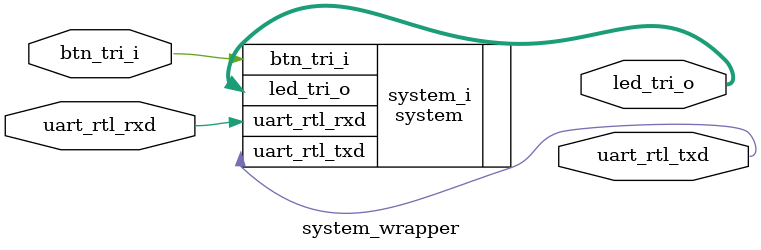
<source format=v>
`timescale 1 ps / 1 ps

module system_wrapper
   (btn_tri_i,
    led_tri_o,
    uart_rtl_rxd,
    uart_rtl_txd);
  input [0:0]btn_tri_i;
  output [2:0]led_tri_o;
  input uart_rtl_rxd;
  output uart_rtl_txd;

  wire [0:0]btn_tri_i;
  wire [2:0]led_tri_o;
  wire uart_rtl_rxd;
  wire uart_rtl_txd;

  system system_i
       (.btn_tri_i(btn_tri_i),
        .led_tri_o(led_tri_o),
        .uart_rtl_rxd(uart_rtl_rxd),
        .uart_rtl_txd(uart_rtl_txd));
endmodule

</source>
